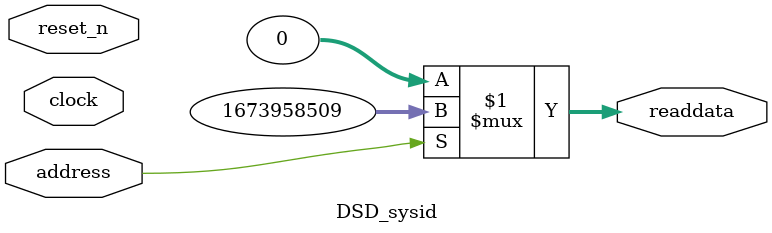
<source format=v>



// synthesis translate_off
`timescale 1ns / 1ps
// synthesis translate_on

// turn off superfluous verilog processor warnings 
// altera message_level Level1 
// altera message_off 10034 10035 10036 10037 10230 10240 10030 

module DSD_sysid (
               // inputs:
                address,
                clock,
                reset_n,

               // outputs:
                readdata
             )
;

  output  [ 31: 0] readdata;
  input            address;
  input            clock;
  input            reset_n;

  wire    [ 31: 0] readdata;
  //control_slave, which is an e_avalon_slave
  assign readdata = address ? 1673958509 : 0;

endmodule



</source>
